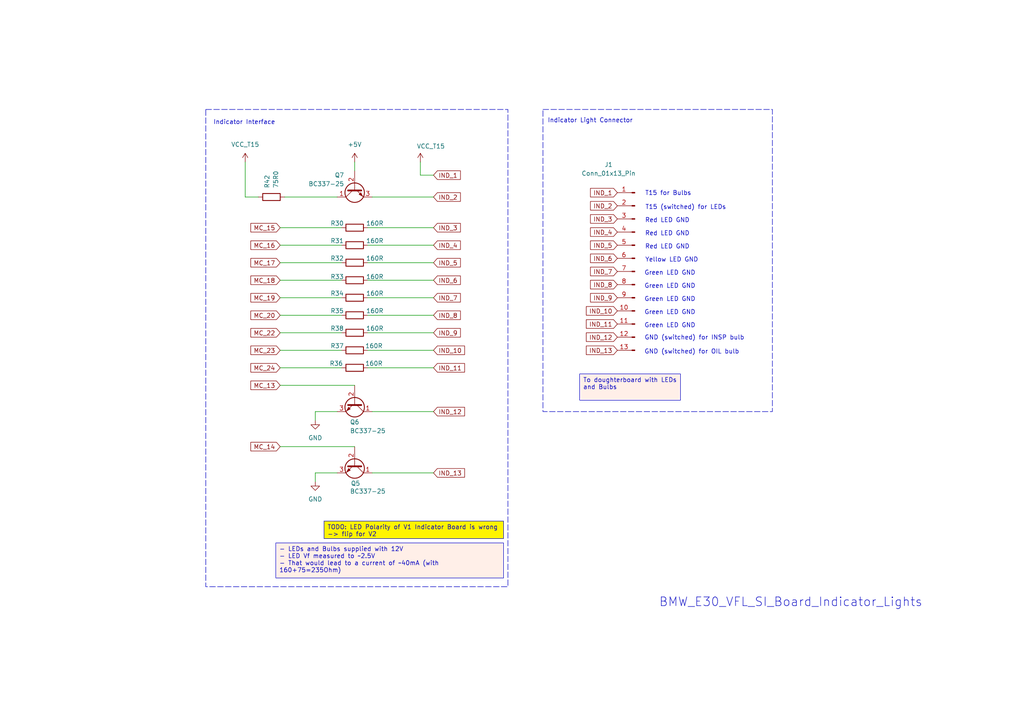
<source format=kicad_sch>
(kicad_sch
	(version 20231120)
	(generator "eeschema")
	(generator_version "8.0")
	(uuid "56518181-8acb-46fe-a753-c2f2479bc2ce")
	(paper "A4")
	(title_block
		(title "BMW E30 Pre-Facelift SI Board")
		(date "2024-06-15")
		(rev "2")
	)
	(lib_symbols
		(symbol "Connector:Conn_01x13_Pin"
			(pin_names
				(offset 1.016) hide)
			(exclude_from_sim no)
			(in_bom yes)
			(on_board yes)
			(property "Reference" "J1"
				(at 3.048 27.686 0)
				(effects
					(font
						(size 1.27 1.27)
					)
				)
			)
			(property "Value" "Conn_01x13_Pin"
				(at 3.048 25.146 0)
				(effects
					(font
						(size 1.27 1.27)
					)
				)
			)
			(property "Footprint" "Connector_PinHeader_2.54mm:PinHeader_1x13_P2.54mm_Vertical"
				(at 0.762 20.32 0)
				(effects
					(font
						(size 1.27 1.27)
					)
					(hide yes)
				)
			)
			(property "Datasheet" "~"
				(at 0 -7.62 0)
				(effects
					(font
						(size 1.27 1.27)
					)
					(hide yes)
				)
			)
			(property "Description" "Generic connector, single row, 01x13, script generated"
				(at 0 18.542 0)
				(effects
					(font
						(size 1.27 1.27)
					)
					(hide yes)
				)
			)
			(property "ki_keywords" "connector"
				(at 0 0 0)
				(effects
					(font
						(size 1.27 1.27)
					)
					(hide yes)
				)
			)
			(property "ki_fp_filters" "Connector*:*_1x??_*"
				(at 0 0 0)
				(effects
					(font
						(size 1.27 1.27)
					)
					(hide yes)
				)
			)
			(symbol "Conn_01x13_Pin_1_1"
				(polyline
					(pts
						(xy 1.27 -30.48) (xy 0.8636 -30.48)
					)
					(stroke
						(width 0.1524)
						(type default)
					)
					(fill
						(type none)
					)
				)
				(polyline
					(pts
						(xy 1.27 -26.67) (xy 0.8636 -26.67)
					)
					(stroke
						(width 0.1524)
						(type default)
					)
					(fill
						(type none)
					)
				)
				(polyline
					(pts
						(xy 1.27 -22.86) (xy 0.8636 -22.86)
					)
					(stroke
						(width 0.1524)
						(type default)
					)
					(fill
						(type none)
					)
				)
				(polyline
					(pts
						(xy 1.27 -19.05) (xy 0.8636 -19.05)
					)
					(stroke
						(width 0.1524)
						(type default)
					)
					(fill
						(type none)
					)
				)
				(polyline
					(pts
						(xy 1.27 -15.24) (xy 0.8636 -15.24)
					)
					(stroke
						(width 0.1524)
						(type default)
					)
					(fill
						(type none)
					)
				)
				(polyline
					(pts
						(xy 1.27 -11.43) (xy 0.8636 -11.43)
					)
					(stroke
						(width 0.1524)
						(type default)
					)
					(fill
						(type none)
					)
				)
				(polyline
					(pts
						(xy 1.27 -7.62) (xy 0.8636 -7.62)
					)
					(stroke
						(width 0.1524)
						(type default)
					)
					(fill
						(type none)
					)
				)
				(polyline
					(pts
						(xy 1.27 -3.81) (xy 0.8636 -3.81)
					)
					(stroke
						(width 0.1524)
						(type default)
					)
					(fill
						(type none)
					)
				)
				(polyline
					(pts
						(xy 1.27 0) (xy 0.8636 0)
					)
					(stroke
						(width 0.1524)
						(type default)
					)
					(fill
						(type none)
					)
				)
				(polyline
					(pts
						(xy 1.27 3.81) (xy 0.8636 3.81)
					)
					(stroke
						(width 0.1524)
						(type default)
					)
					(fill
						(type none)
					)
				)
				(polyline
					(pts
						(xy 1.27 7.62) (xy 0.8636 7.62)
					)
					(stroke
						(width 0.1524)
						(type default)
					)
					(fill
						(type none)
					)
				)
				(polyline
					(pts
						(xy 1.27 11.43) (xy 0.8636 11.43)
					)
					(stroke
						(width 0.1524)
						(type default)
					)
					(fill
						(type none)
					)
				)
				(polyline
					(pts
						(xy 1.27 15.24) (xy 0.8636 15.24)
					)
					(stroke
						(width 0.1524)
						(type default)
					)
					(fill
						(type none)
					)
				)
				(rectangle
					(start 0.8636 -30.353)
					(end 0 -30.607)
					(stroke
						(width 0.1524)
						(type default)
					)
					(fill
						(type outline)
					)
				)
				(rectangle
					(start 0.8636 -26.543)
					(end 0 -26.797)
					(stroke
						(width 0.1524)
						(type default)
					)
					(fill
						(type outline)
					)
				)
				(rectangle
					(start 0.8636 -22.733)
					(end 0 -22.987)
					(stroke
						(width 0.1524)
						(type default)
					)
					(fill
						(type outline)
					)
				)
				(rectangle
					(start 0.8636 -18.923)
					(end 0 -19.177)
					(stroke
						(width 0.1524)
						(type default)
					)
					(fill
						(type outline)
					)
				)
				(rectangle
					(start 0.8636 -15.113)
					(end 0 -15.367)
					(stroke
						(width 0.1524)
						(type default)
					)
					(fill
						(type outline)
					)
				)
				(rectangle
					(start 0.8636 -11.303)
					(end 0 -11.557)
					(stroke
						(width 0.1524)
						(type default)
					)
					(fill
						(type outline)
					)
				)
				(rectangle
					(start 0.8636 -7.493)
					(end 0 -7.747)
					(stroke
						(width 0.1524)
						(type default)
					)
					(fill
						(type outline)
					)
				)
				(rectangle
					(start 0.8636 -3.683)
					(end 0 -3.937)
					(stroke
						(width 0.1524)
						(type default)
					)
					(fill
						(type outline)
					)
				)
				(rectangle
					(start 0.8636 0.127)
					(end 0 -0.127)
					(stroke
						(width 0.1524)
						(type default)
					)
					(fill
						(type outline)
					)
				)
				(rectangle
					(start 0.8636 3.937)
					(end 0 3.683)
					(stroke
						(width 0.1524)
						(type default)
					)
					(fill
						(type outline)
					)
				)
				(rectangle
					(start 0.8636 7.747)
					(end 0 7.493)
					(stroke
						(width 0.1524)
						(type default)
					)
					(fill
						(type outline)
					)
				)
				(rectangle
					(start 0.8636 11.557)
					(end 0 11.303)
					(stroke
						(width 0.1524)
						(type default)
					)
					(fill
						(type outline)
					)
				)
				(rectangle
					(start 0.8636 15.367)
					(end 0 15.113)
					(stroke
						(width 0.1524)
						(type default)
					)
					(fill
						(type outline)
					)
				)
				(pin passive line
					(at 5.08 15.24 180)
					(length 3.81)
					(name "GND_BULB"
						(effects
							(font
								(size 1.27 1.27)
							)
						)
					)
					(number "1"
						(effects
							(font
								(size 1.27 1.27)
							)
						)
					)
				)
				(pin passive line
					(at 5.08 -19.05 180)
					(length 3.81)
					(name "LED_G2"
						(effects
							(font
								(size 1.27 1.27)
							)
						)
					)
					(number "10"
						(effects
							(font
								(size 1.27 1.27)
							)
						)
					)
				)
				(pin passive line
					(at 5.08 -22.86 180)
					(length 3.81)
					(name "LED_G1"
						(effects
							(font
								(size 1.27 1.27)
							)
						)
					)
					(number "11"
						(effects
							(font
								(size 1.27 1.27)
							)
						)
					)
				)
				(pin passive line
					(at 5.08 -26.67 180)
					(length 3.81)
					(name "BULB_INSPECTION"
						(effects
							(font
								(size 1.27 1.27)
							)
						)
					)
					(number "12"
						(effects
							(font
								(size 1.27 1.27)
							)
						)
					)
				)
				(pin passive line
					(at 5.08 -30.48 180)
					(length 3.81)
					(name "BULB_OILSERVICE"
						(effects
							(font
								(size 1.27 1.27)
							)
						)
					)
					(number "13"
						(effects
							(font
								(size 1.27 1.27)
							)
						)
					)
				)
				(pin passive line
					(at 5.08 11.43 180)
					(length 3.81)
					(name "GND_LED"
						(effects
							(font
								(size 1.27 1.27)
							)
						)
					)
					(number "2"
						(effects
							(font
								(size 1.27 1.27)
							)
						)
					)
				)
				(pin passive line
					(at 5.08 7.62 180)
					(length 3.81)
					(name "LED_R3"
						(effects
							(font
								(size 1.27 1.27)
							)
						)
					)
					(number "3"
						(effects
							(font
								(size 1.27 1.27)
							)
						)
					)
				)
				(pin passive line
					(at 5.08 3.81 180)
					(length 3.81)
					(name "LED_R2"
						(effects
							(font
								(size 1.27 1.27)
							)
						)
					)
					(number "4"
						(effects
							(font
								(size 1.27 1.27)
							)
						)
					)
				)
				(pin passive line
					(at 5.08 0 180)
					(length 3.81)
					(name "LED_R1"
						(effects
							(font
								(size 1.27 1.27)
							)
						)
					)
					(number "5"
						(effects
							(font
								(size 1.27 1.27)
							)
						)
					)
				)
				(pin passive line
					(at 5.08 -3.81 180)
					(length 3.81)
					(name "LED_Y"
						(effects
							(font
								(size 1.27 1.27)
							)
						)
					)
					(number "6"
						(effects
							(font
								(size 1.27 1.27)
							)
						)
					)
				)
				(pin passive line
					(at 5.08 -7.62 180)
					(length 3.81)
					(name "LED_G5"
						(effects
							(font
								(size 1.27 1.27)
							)
						)
					)
					(number "7"
						(effects
							(font
								(size 1.27 1.27)
							)
						)
					)
				)
				(pin passive line
					(at 5.08 -11.43 180)
					(length 3.81)
					(name "LED_G4"
						(effects
							(font
								(size 1.27 1.27)
							)
						)
					)
					(number "8"
						(effects
							(font
								(size 1.27 1.27)
							)
						)
					)
				)
				(pin passive line
					(at 5.08 -15.24 180)
					(length 3.81)
					(name "LED_G3"
						(effects
							(font
								(size 1.27 1.27)
							)
						)
					)
					(number "9"
						(effects
							(font
								(size 1.27 1.27)
							)
						)
					)
				)
			)
		)
		(symbol "Device:R"
			(pin_numbers hide)
			(pin_names
				(offset 0)
			)
			(exclude_from_sim no)
			(in_bom yes)
			(on_board yes)
			(property "Reference" "R"
				(at 2.032 0 90)
				(effects
					(font
						(size 1.27 1.27)
					)
				)
			)
			(property "Value" "R"
				(at 0 0 90)
				(effects
					(font
						(size 1.27 1.27)
					)
				)
			)
			(property "Footprint" ""
				(at -1.778 0 90)
				(effects
					(font
						(size 1.27 1.27)
					)
					(hide yes)
				)
			)
			(property "Datasheet" "~"
				(at 0 0 0)
				(effects
					(font
						(size 1.27 1.27)
					)
					(hide yes)
				)
			)
			(property "Description" "Resistor"
				(at 0 0 0)
				(effects
					(font
						(size 1.27 1.27)
					)
					(hide yes)
				)
			)
			(property "ki_keywords" "R res resistor"
				(at 0 0 0)
				(effects
					(font
						(size 1.27 1.27)
					)
					(hide yes)
				)
			)
			(property "ki_fp_filters" "R_*"
				(at 0 0 0)
				(effects
					(font
						(size 1.27 1.27)
					)
					(hide yes)
				)
			)
			(symbol "R_0_1"
				(rectangle
					(start -1.016 -2.54)
					(end 1.016 2.54)
					(stroke
						(width 0.254)
						(type default)
					)
					(fill
						(type none)
					)
				)
			)
			(symbol "R_1_1"
				(pin passive line
					(at 0 3.81 270)
					(length 1.27)
					(name "~"
						(effects
							(font
								(size 1.27 1.27)
							)
						)
					)
					(number "1"
						(effects
							(font
								(size 1.27 1.27)
							)
						)
					)
				)
				(pin passive line
					(at 0 -3.81 90)
					(length 1.27)
					(name "~"
						(effects
							(font
								(size 1.27 1.27)
							)
						)
					)
					(number "2"
						(effects
							(font
								(size 1.27 1.27)
							)
						)
					)
				)
			)
		)
		(symbol "Transistor_BJT:BC337"
			(pin_names
				(offset 0) hide)
			(exclude_from_sim no)
			(in_bom yes)
			(on_board yes)
			(property "Reference" "Q"
				(at 5.08 1.905 0)
				(effects
					(font
						(size 1.27 1.27)
					)
					(justify left)
				)
			)
			(property "Value" "BC337"
				(at 5.08 0 0)
				(effects
					(font
						(size 1.27 1.27)
					)
					(justify left)
				)
			)
			(property "Footprint" "Package_TO_SOT_THT:TO-92_Inline"
				(at 5.08 -1.905 0)
				(effects
					(font
						(size 1.27 1.27)
						(italic yes)
					)
					(justify left)
					(hide yes)
				)
			)
			(property "Datasheet" "https://diotec.com/tl_files/diotec/files/pdf/datasheets/bc337.pdf"
				(at 0 0 0)
				(effects
					(font
						(size 1.27 1.27)
					)
					(justify left)
					(hide yes)
				)
			)
			(property "Description" "0.8A Ic, 45V Vce, NPN Transistor, TO-92"
				(at 0 0 0)
				(effects
					(font
						(size 1.27 1.27)
					)
					(hide yes)
				)
			)
			(property "ki_keywords" "NPN Transistor"
				(at 0 0 0)
				(effects
					(font
						(size 1.27 1.27)
					)
					(hide yes)
				)
			)
			(property "ki_fp_filters" "TO?92*"
				(at 0 0 0)
				(effects
					(font
						(size 1.27 1.27)
					)
					(hide yes)
				)
			)
			(symbol "BC337_0_1"
				(polyline
					(pts
						(xy 0 0) (xy 0.635 0)
					)
					(stroke
						(width 0)
						(type default)
					)
					(fill
						(type none)
					)
				)
				(polyline
					(pts
						(xy 0.635 0.635) (xy 2.54 2.54)
					)
					(stroke
						(width 0)
						(type default)
					)
					(fill
						(type none)
					)
				)
				(polyline
					(pts
						(xy 0.635 -0.635) (xy 2.54 -2.54) (xy 2.54 -2.54)
					)
					(stroke
						(width 0)
						(type default)
					)
					(fill
						(type none)
					)
				)
				(polyline
					(pts
						(xy 0.635 1.905) (xy 0.635 -1.905) (xy 0.635 -1.905)
					)
					(stroke
						(width 0.508)
						(type default)
					)
					(fill
						(type none)
					)
				)
				(polyline
					(pts
						(xy 1.27 -1.778) (xy 1.778 -1.27) (xy 2.286 -2.286) (xy 1.27 -1.778) (xy 1.27 -1.778)
					)
					(stroke
						(width 0)
						(type default)
					)
					(fill
						(type outline)
					)
				)
				(circle
					(center 1.27 0)
					(radius 2.8194)
					(stroke
						(width 0.254)
						(type default)
					)
					(fill
						(type none)
					)
				)
			)
			(symbol "BC337_1_1"
				(pin passive line
					(at 2.54 5.08 270)
					(length 2.54)
					(name "C"
						(effects
							(font
								(size 1.27 1.27)
							)
						)
					)
					(number "1"
						(effects
							(font
								(size 1.27 1.27)
							)
						)
					)
				)
				(pin input line
					(at -5.08 0 0)
					(length 5.08)
					(name "B"
						(effects
							(font
								(size 1.27 1.27)
							)
						)
					)
					(number "2"
						(effects
							(font
								(size 1.27 1.27)
							)
						)
					)
				)
				(pin passive line
					(at 2.54 -5.08 90)
					(length 2.54)
					(name "E"
						(effects
							(font
								(size 1.27 1.27)
							)
						)
					)
					(number "3"
						(effects
							(font
								(size 1.27 1.27)
							)
						)
					)
				)
			)
		)
		(symbol "power:+5V"
			(power)
			(pin_numbers hide)
			(pin_names
				(offset 0) hide)
			(exclude_from_sim no)
			(in_bom yes)
			(on_board yes)
			(property "Reference" "#PWR"
				(at 0 -3.81 0)
				(effects
					(font
						(size 1.27 1.27)
					)
					(hide yes)
				)
			)
			(property "Value" "+5V"
				(at 0 3.556 0)
				(effects
					(font
						(size 1.27 1.27)
					)
				)
			)
			(property "Footprint" ""
				(at 0 0 0)
				(effects
					(font
						(size 1.27 1.27)
					)
					(hide yes)
				)
			)
			(property "Datasheet" ""
				(at 0 0 0)
				(effects
					(font
						(size 1.27 1.27)
					)
					(hide yes)
				)
			)
			(property "Description" "Power symbol creates a global label with name \"+5V\""
				(at 0 0 0)
				(effects
					(font
						(size 1.27 1.27)
					)
					(hide yes)
				)
			)
			(property "ki_keywords" "global power"
				(at 0 0 0)
				(effects
					(font
						(size 1.27 1.27)
					)
					(hide yes)
				)
			)
			(symbol "+5V_0_1"
				(polyline
					(pts
						(xy -0.762 1.27) (xy 0 2.54)
					)
					(stroke
						(width 0)
						(type default)
					)
					(fill
						(type none)
					)
				)
				(polyline
					(pts
						(xy 0 0) (xy 0 2.54)
					)
					(stroke
						(width 0)
						(type default)
					)
					(fill
						(type none)
					)
				)
				(polyline
					(pts
						(xy 0 2.54) (xy 0.762 1.27)
					)
					(stroke
						(width 0)
						(type default)
					)
					(fill
						(type none)
					)
				)
			)
			(symbol "+5V_1_1"
				(pin power_in line
					(at 0 0 90)
					(length 0)
					(name "~"
						(effects
							(font
								(size 1.27 1.27)
							)
						)
					)
					(number "1"
						(effects
							(font
								(size 1.27 1.27)
							)
						)
					)
				)
			)
		)
		(symbol "power:GND"
			(power)
			(pin_numbers hide)
			(pin_names
				(offset 0) hide)
			(exclude_from_sim no)
			(in_bom yes)
			(on_board yes)
			(property "Reference" "#PWR"
				(at 0 -6.35 0)
				(effects
					(font
						(size 1.27 1.27)
					)
					(hide yes)
				)
			)
			(property "Value" "GND"
				(at 0 -3.81 0)
				(effects
					(font
						(size 1.27 1.27)
					)
				)
			)
			(property "Footprint" ""
				(at 0 0 0)
				(effects
					(font
						(size 1.27 1.27)
					)
					(hide yes)
				)
			)
			(property "Datasheet" ""
				(at 0 0 0)
				(effects
					(font
						(size 1.27 1.27)
					)
					(hide yes)
				)
			)
			(property "Description" "Power symbol creates a global label with name \"GND\" , ground"
				(at 0 0 0)
				(effects
					(font
						(size 1.27 1.27)
					)
					(hide yes)
				)
			)
			(property "ki_keywords" "global power"
				(at 0 0 0)
				(effects
					(font
						(size 1.27 1.27)
					)
					(hide yes)
				)
			)
			(symbol "GND_0_1"
				(polyline
					(pts
						(xy 0 0) (xy 0 -1.27) (xy 1.27 -1.27) (xy 0 -2.54) (xy -1.27 -1.27) (xy 0 -1.27)
					)
					(stroke
						(width 0)
						(type default)
					)
					(fill
						(type none)
					)
				)
			)
			(symbol "GND_1_1"
				(pin power_in line
					(at 0 0 270)
					(length 0)
					(name "~"
						(effects
							(font
								(size 1.27 1.27)
							)
						)
					)
					(number "1"
						(effects
							(font
								(size 1.27 1.27)
							)
						)
					)
				)
			)
		)
		(symbol "power:VCC"
			(power)
			(pin_numbers hide)
			(pin_names
				(offset 0) hide)
			(exclude_from_sim no)
			(in_bom yes)
			(on_board yes)
			(property "Reference" "#PWR"
				(at 0 -3.81 0)
				(effects
					(font
						(size 1.27 1.27)
					)
					(hide yes)
				)
			)
			(property "Value" "VCC"
				(at 0 3.556 0)
				(effects
					(font
						(size 1.27 1.27)
					)
				)
			)
			(property "Footprint" ""
				(at 0 0 0)
				(effects
					(font
						(size 1.27 1.27)
					)
					(hide yes)
				)
			)
			(property "Datasheet" ""
				(at 0 0 0)
				(effects
					(font
						(size 1.27 1.27)
					)
					(hide yes)
				)
			)
			(property "Description" "Power symbol creates a global label with name \"VCC\""
				(at 0 0 0)
				(effects
					(font
						(size 1.27 1.27)
					)
					(hide yes)
				)
			)
			(property "ki_keywords" "global power"
				(at 0 0 0)
				(effects
					(font
						(size 1.27 1.27)
					)
					(hide yes)
				)
			)
			(symbol "VCC_0_1"
				(polyline
					(pts
						(xy -0.762 1.27) (xy 0 2.54)
					)
					(stroke
						(width 0)
						(type default)
					)
					(fill
						(type none)
					)
				)
				(polyline
					(pts
						(xy 0 0) (xy 0 2.54)
					)
					(stroke
						(width 0)
						(type default)
					)
					(fill
						(type none)
					)
				)
				(polyline
					(pts
						(xy 0 2.54) (xy 0.762 1.27)
					)
					(stroke
						(width 0)
						(type default)
					)
					(fill
						(type none)
					)
				)
			)
			(symbol "VCC_1_1"
				(pin power_in line
					(at 0 0 90)
					(length 0)
					(name "~"
						(effects
							(font
								(size 1.27 1.27)
							)
						)
					)
					(number "1"
						(effects
							(font
								(size 1.27 1.27)
							)
						)
					)
				)
			)
		)
	)
	(wire
		(pts
			(xy 107.95 119.38) (xy 125.73 119.38)
		)
		(stroke
			(width 0)
			(type default)
		)
		(uuid "0ad8b2d0-0980-4f61-98c9-7aa8bbf9e1f8")
	)
	(wire
		(pts
			(xy 106.68 96.52) (xy 125.73 96.52)
		)
		(stroke
			(width 0)
			(type default)
		)
		(uuid "136a7fb5-b7e5-4391-aabd-9be64de7e9be")
	)
	(wire
		(pts
			(xy 82.55 57.15) (xy 97.79 57.15)
		)
		(stroke
			(width 0)
			(type default)
		)
		(uuid "15ed0654-c0d4-486a-a94c-a084610750c1")
	)
	(wire
		(pts
			(xy 71.12 57.15) (xy 74.93 57.15)
		)
		(stroke
			(width 0)
			(type default)
		)
		(uuid "3168be44-20da-42ea-9da5-a22b7db08557")
	)
	(wire
		(pts
			(xy 81.28 91.44) (xy 99.06 91.44)
		)
		(stroke
			(width 0)
			(type default)
		)
		(uuid "368d5191-d16a-4f62-87a4-b6db2106e7e6")
	)
	(wire
		(pts
			(xy 106.68 66.04) (xy 125.73 66.04)
		)
		(stroke
			(width 0)
			(type default)
		)
		(uuid "3a87217a-0e4d-4c85-b224-211d6a59ecf9")
	)
	(wire
		(pts
			(xy 81.28 66.04) (xy 99.06 66.04)
		)
		(stroke
			(width 0)
			(type default)
		)
		(uuid "3d8f8241-bccf-4d72-babf-f92029a16d7c")
	)
	(wire
		(pts
			(xy 81.28 96.52) (xy 99.06 96.52)
		)
		(stroke
			(width 0)
			(type default)
		)
		(uuid "41c65992-ccb2-4d53-b2b6-82b094221b3b")
	)
	(wire
		(pts
			(xy 81.28 129.54) (xy 102.87 129.54)
		)
		(stroke
			(width 0)
			(type default)
		)
		(uuid "4802e7aa-0010-43f6-b786-f5b93ea6c3f7")
	)
	(wire
		(pts
			(xy 106.68 81.28) (xy 125.73 81.28)
		)
		(stroke
			(width 0)
			(type default)
		)
		(uuid "60c21e26-53f7-4304-8b5b-697a88822639")
	)
	(wire
		(pts
			(xy 91.44 119.38) (xy 91.44 121.92)
		)
		(stroke
			(width 0)
			(type default)
		)
		(uuid "62bd0ca3-10e8-4cbe-a194-24748f8103f1")
	)
	(wire
		(pts
			(xy 97.79 137.16) (xy 91.44 137.16)
		)
		(stroke
			(width 0)
			(type default)
		)
		(uuid "7726d92b-e9bc-4884-a6ef-ebf9d444a89d")
	)
	(wire
		(pts
			(xy 81.28 86.36) (xy 99.06 86.36)
		)
		(stroke
			(width 0)
			(type default)
		)
		(uuid "79790e2f-3ef0-4e33-918e-f21c081ea700")
	)
	(wire
		(pts
			(xy 81.28 76.2) (xy 99.06 76.2)
		)
		(stroke
			(width 0)
			(type default)
		)
		(uuid "7ccee2d7-98cb-4fcc-bcb7-b4ea8911c8e2")
	)
	(wire
		(pts
			(xy 107.95 137.16) (xy 125.73 137.16)
		)
		(stroke
			(width 0)
			(type default)
		)
		(uuid "8192ef4a-8a1c-4280-ab55-63beef90a2dc")
	)
	(wire
		(pts
			(xy 121.92 50.8) (xy 121.92 46.99)
		)
		(stroke
			(width 0)
			(type default)
		)
		(uuid "8253febc-890c-40be-bffa-5011a5cd2b05")
	)
	(wire
		(pts
			(xy 81.28 81.28) (xy 99.06 81.28)
		)
		(stroke
			(width 0)
			(type default)
		)
		(uuid "86945329-6a0c-48ca-9119-8bafe840ddfd")
	)
	(wire
		(pts
			(xy 106.68 86.36) (xy 125.73 86.36)
		)
		(stroke
			(width 0)
			(type default)
		)
		(uuid "8b374c63-bb4d-4718-aa82-992ba043f005")
	)
	(wire
		(pts
			(xy 106.68 106.68) (xy 125.73 106.68)
		)
		(stroke
			(width 0)
			(type default)
		)
		(uuid "8f8d1d3d-b0a1-4d6b-8abe-8595d22fb5c0")
	)
	(wire
		(pts
			(xy 106.68 71.12) (xy 125.73 71.12)
		)
		(stroke
			(width 0)
			(type default)
		)
		(uuid "95e50f84-35c5-4a3f-97cc-e5e4e9ff107d")
	)
	(wire
		(pts
			(xy 81.28 101.6) (xy 99.06 101.6)
		)
		(stroke
			(width 0)
			(type default)
		)
		(uuid "a242f5fe-2a45-41df-a1ef-d892ce14e2f9")
	)
	(wire
		(pts
			(xy 106.68 91.44) (xy 125.73 91.44)
		)
		(stroke
			(width 0)
			(type default)
		)
		(uuid "a8f171ef-7881-42e7-968e-9b0cc7b0d59c")
	)
	(wire
		(pts
			(xy 81.28 71.12) (xy 99.06 71.12)
		)
		(stroke
			(width 0)
			(type default)
		)
		(uuid "b3921ff8-430c-4439-ab47-b840b6b75051")
	)
	(wire
		(pts
			(xy 107.95 57.15) (xy 125.73 57.15)
		)
		(stroke
			(width 0)
			(type default)
		)
		(uuid "c83f74f5-82a1-472b-a6eb-639d26d3eb85")
	)
	(wire
		(pts
			(xy 106.68 76.2) (xy 125.73 76.2)
		)
		(stroke
			(width 0)
			(type default)
		)
		(uuid "ccbabd58-52ca-4057-b4ca-3ce3d2a5d538")
	)
	(wire
		(pts
			(xy 81.28 106.68) (xy 99.06 106.68)
		)
		(stroke
			(width 0)
			(type default)
		)
		(uuid "d3b1ffd6-c1a0-4645-9d41-d5a497cd67a0")
	)
	(wire
		(pts
			(xy 121.92 50.8) (xy 125.73 50.8)
		)
		(stroke
			(width 0)
			(type default)
		)
		(uuid "deeab47a-d13e-4723-a685-3e1310f4fd53")
	)
	(wire
		(pts
			(xy 106.68 101.6) (xy 125.73 101.6)
		)
		(stroke
			(width 0)
			(type default)
		)
		(uuid "e5707f22-d90f-47a9-9ec6-c1e3f99dec23")
	)
	(wire
		(pts
			(xy 71.12 46.99) (xy 71.12 57.15)
		)
		(stroke
			(width 0)
			(type default)
		)
		(uuid "e902b336-d02a-48fa-a0d2-f10a1bae3007")
	)
	(wire
		(pts
			(xy 91.44 119.38) (xy 97.79 119.38)
		)
		(stroke
			(width 0)
			(type default)
		)
		(uuid "ed6c95f5-2399-4286-9747-f6165b70afd9")
	)
	(wire
		(pts
			(xy 81.28 111.76) (xy 102.87 111.76)
		)
		(stroke
			(width 0)
			(type default)
		)
		(uuid "f80dc7f6-36a7-4016-b413-f6a0bc0c42b0")
	)
	(wire
		(pts
			(xy 91.44 137.16) (xy 91.44 139.7)
		)
		(stroke
			(width 0)
			(type default)
		)
		(uuid "f96371a4-ccfc-43ee-847a-f8a8077b5d40")
	)
	(wire
		(pts
			(xy 102.87 46.99) (xy 102.87 49.53)
		)
		(stroke
			(width 0)
			(type default)
		)
		(uuid "fdeaa2ac-86c6-4fa7-b742-12bfe9fa60cd")
	)
	(rectangle
		(start 157.48 31.75)
		(end 224.028 119.38)
		(stroke
			(width 0)
			(type dash)
		)
		(fill
			(type none)
		)
		(uuid 046f71bb-e16f-4451-a5b7-350c2fe4bdbe)
	)
	(rectangle
		(start 59.69 31.75)
		(end 147.32 170.18)
		(stroke
			(width 0)
			(type dash)
		)
		(fill
			(type none)
		)
		(uuid 611be2a0-707a-4234-abe9-61fd667303f3)
	)
	(text_box "TODO: LED Polarity of V1 Indicator Board is wrong \n-> flip for V2"
		(exclude_from_sim no)
		(at 93.98 151.13 0)
		(size 52.07 5.08)
		(stroke
			(width 0)
			(type default)
		)
		(fill
			(type color)
			(color 255 244 0 1)
		)
		(effects
			(font
				(size 1.27 1.27)
			)
			(justify left top)
		)
		(uuid "84c3434a-7177-454a-b0af-89b1be5ad7b9")
	)
	(text_box "To doughterboard with LEDs and Bulbs"
		(exclude_from_sim no)
		(at 168.148 108.458 0)
		(size 29.21 7.62)
		(stroke
			(width 0)
			(type default)
		)
		(fill
			(type color)
			(color 255 239 232 1)
		)
		(effects
			(font
				(size 1.27 1.27)
			)
			(justify left top)
		)
		(uuid "dac20b14-005c-4666-af12-1e79e2510d92")
	)
	(text_box "- LEDs and Bulbs supplied with 12V\n- LED Vf measured to ~2.5V\n- That would lead to a current of ~40mA (with 160+75=235Ohm)"
		(exclude_from_sim no)
		(at 80.01 157.48 0)
		(size 66.04 10.16)
		(stroke
			(width 0)
			(type default)
		)
		(fill
			(type color)
			(color 255 239 232 1)
		)
		(effects
			(font
				(size 1.27 1.27)
			)
			(justify left top)
		)
		(uuid "e321241d-5a40-4526-863f-5b2650f8a613")
	)
	(text "Indicator Interface\n"
		(exclude_from_sim no)
		(at 70.866 35.56 0)
		(effects
			(font
				(size 1.27 1.27)
			)
		)
		(uuid "0cb22d61-ca4c-4999-833c-f6a062ac6d89")
	)
	(text "Indicator Light Connector"
		(exclude_from_sim no)
		(at 171.196 35.052 0)
		(effects
			(font
				(size 1.27 1.27)
			)
		)
		(uuid "0e53c823-6676-43a1-b24f-b4e486b9d552")
	)
	(text "GND (switched) for INSP bulb"
		(exclude_from_sim no)
		(at 201.422 98.044 0)
		(effects
			(font
				(size 1.27 1.27)
			)
		)
		(uuid "13157ea6-675d-4255-afb9-fe8e61e1ef35")
	)
	(text "Green LED GND"
		(exclude_from_sim no)
		(at 194.31 86.868 0)
		(effects
			(font
				(size 1.27 1.27)
			)
		)
		(uuid "1c69a037-dabc-4caa-98b6-3ff71068073f")
	)
	(text "GND (switched) for OIL bulb"
		(exclude_from_sim no)
		(at 200.66 102.108 0)
		(effects
			(font
				(size 1.27 1.27)
			)
		)
		(uuid "425c09fc-caa5-4026-8adb-b356f98db8f3")
	)
	(text "BMW_E30_VFL_SI_Board_Indicator_Lights"
		(exclude_from_sim no)
		(at 229.362 174.752 0)
		(effects
			(font
				(size 2.54 2.54)
			)
		)
		(uuid "5e3eb494-49d5-4a0c-bfb9-ebeffe941eb0")
	)
	(text "Green LED GND"
		(exclude_from_sim no)
		(at 194.31 90.678 0)
		(effects
			(font
				(size 1.27 1.27)
			)
		)
		(uuid "71eadfa1-ebea-46e8-b616-7256492e76d2")
	)
	(text "Red LED GND\n"
		(exclude_from_sim no)
		(at 193.548 67.818 0)
		(effects
			(font
				(size 1.27 1.27)
			)
		)
		(uuid "773e661d-50c9-47c0-a541-30aefa7b7b68")
	)
	(text "Yellow LED GND"
		(exclude_from_sim no)
		(at 194.818 75.438 0)
		(effects
			(font
				(size 1.27 1.27)
			)
		)
		(uuid "7a92961b-fd39-490c-9fae-621eb3f377dc")
	)
	(text "Green LED GND"
		(exclude_from_sim no)
		(at 194.31 79.248 0)
		(effects
			(font
				(size 1.27 1.27)
			)
		)
		(uuid "af1c15b0-100f-4888-a28c-1bbc92b9837a")
	)
	(text "T15 (switched) for LEDs"
		(exclude_from_sim no)
		(at 198.882 60.198 0)
		(effects
			(font
				(size 1.27 1.27)
			)
		)
		(uuid "ba1a4a7b-9338-4fc0-b00b-9b5c3174bfe3")
	)
	(text "Green LED GND"
		(exclude_from_sim no)
		(at 194.31 83.058 0)
		(effects
			(font
				(size 1.27 1.27)
			)
		)
		(uuid "c6b482e9-4ad4-4494-a756-7a0f967b4717")
	)
	(text "Red LED GND\n"
		(exclude_from_sim no)
		(at 193.548 71.628 0)
		(effects
			(font
				(size 1.27 1.27)
			)
		)
		(uuid "ce2f8a58-9d8d-4b71-b984-bc1e9d91488d")
	)
	(text "Red LED GND\n"
		(exclude_from_sim no)
		(at 193.548 64.008 0)
		(effects
			(font
				(size 1.27 1.27)
			)
		)
		(uuid "d1729293-aa3e-4b38-a135-bfaac979453f")
	)
	(text "T15 for Bulbs\n"
		(exclude_from_sim no)
		(at 193.802 56.134 0)
		(effects
			(font
				(size 1.27 1.27)
			)
		)
		(uuid "e2e87072-35d9-4ee5-a841-7b5b40a6c43f")
	)
	(text "Green LED GND"
		(exclude_from_sim no)
		(at 194.31 94.488 0)
		(effects
			(font
				(size 1.27 1.27)
			)
		)
		(uuid "f35d5300-afd5-4195-b27a-36b0a955d5f2")
	)
	(global_label "IND_8"
		(shape input)
		(at 179.07 82.55 180)
		(fields_autoplaced yes)
		(effects
			(font
				(size 1.27 1.27)
			)
			(justify right)
		)
		(uuid "172c9082-29c1-42fa-ac58-02132947f6c2")
		(property "Intersheetrefs" "${INTERSHEET_REFS}"
			(at 170.7024 82.55 0)
			(effects
				(font
					(size 1.27 1.27)
				)
				(justify right)
				(hide yes)
			)
		)
	)
	(global_label "IND_1"
		(shape input)
		(at 125.73 50.8 0)
		(fields_autoplaced yes)
		(effects
			(font
				(size 1.27 1.27)
			)
			(justify left)
		)
		(uuid "1a172629-d2ca-4228-88f1-7edb16b6bc95")
		(property "Intersheetrefs" "${INTERSHEET_REFS}"
			(at 134.0976 50.8 0)
			(effects
				(font
					(size 1.27 1.27)
				)
				(justify left)
				(hide yes)
			)
		)
	)
	(global_label "IND_7"
		(shape input)
		(at 125.73 86.36 0)
		(fields_autoplaced yes)
		(effects
			(font
				(size 1.27 1.27)
			)
			(justify left)
		)
		(uuid "1e5bde58-afe8-4915-8eb5-be6928d32163")
		(property "Intersheetrefs" "${INTERSHEET_REFS}"
			(at 134.0976 86.36 0)
			(effects
				(font
					(size 1.27 1.27)
				)
				(justify left)
				(hide yes)
			)
		)
	)
	(global_label "IND_4"
		(shape input)
		(at 125.73 71.12 0)
		(fields_autoplaced yes)
		(effects
			(font
				(size 1.27 1.27)
			)
			(justify left)
		)
		(uuid "2227c976-9fda-476d-8010-914d264aa5fd")
		(property "Intersheetrefs" "${INTERSHEET_REFS}"
			(at 134.0976 71.12 0)
			(effects
				(font
					(size 1.27 1.27)
				)
				(justify left)
				(hide yes)
			)
		)
	)
	(global_label "IND_2"
		(shape input)
		(at 179.07 59.69 180)
		(fields_autoplaced yes)
		(effects
			(font
				(size 1.27 1.27)
			)
			(justify right)
		)
		(uuid "2ea4f95f-c386-4e0c-ab42-013f19158d31")
		(property "Intersheetrefs" "${INTERSHEET_REFS}"
			(at 170.7024 59.69 0)
			(effects
				(font
					(size 1.27 1.27)
				)
				(justify right)
				(hide yes)
			)
		)
	)
	(global_label "IND_10"
		(shape input)
		(at 179.07 90.17 180)
		(fields_autoplaced yes)
		(effects
			(font
				(size 1.27 1.27)
			)
			(justify right)
		)
		(uuid "37e457b9-bb09-4757-b7e9-79cded042cca")
		(property "Intersheetrefs" "${INTERSHEET_REFS}"
			(at 169.4929 90.17 0)
			(effects
				(font
					(size 1.27 1.27)
				)
				(justify right)
				(hide yes)
			)
		)
	)
	(global_label "IND_7"
		(shape input)
		(at 179.07 78.74 180)
		(fields_autoplaced yes)
		(effects
			(font
				(size 1.27 1.27)
			)
			(justify right)
		)
		(uuid "3a104116-4af8-43c9-a989-9740db1d9d93")
		(property "Intersheetrefs" "${INTERSHEET_REFS}"
			(at 170.7024 78.74 0)
			(effects
				(font
					(size 1.27 1.27)
				)
				(justify right)
				(hide yes)
			)
		)
	)
	(global_label "IND_9"
		(shape input)
		(at 179.07 86.36 180)
		(fields_autoplaced yes)
		(effects
			(font
				(size 1.27 1.27)
			)
			(justify right)
		)
		(uuid "3b530f67-6580-4019-b8a7-515931af7974")
		(property "Intersheetrefs" "${INTERSHEET_REFS}"
			(at 170.7024 86.36 0)
			(effects
				(font
					(size 1.27 1.27)
				)
				(justify right)
				(hide yes)
			)
		)
	)
	(global_label "IND_5"
		(shape input)
		(at 125.73 76.2 0)
		(fields_autoplaced yes)
		(effects
			(font
				(size 1.27 1.27)
			)
			(justify left)
		)
		(uuid "3e161812-76dc-4f0c-8072-5ed786c69aa3")
		(property "Intersheetrefs" "${INTERSHEET_REFS}"
			(at 134.0976 76.2 0)
			(effects
				(font
					(size 1.27 1.27)
				)
				(justify left)
				(hide yes)
			)
		)
	)
	(global_label "MC_15"
		(shape input)
		(at 81.28 66.04 180)
		(fields_autoplaced yes)
		(effects
			(font
				(size 1.27 1.27)
			)
			(justify right)
		)
		(uuid "3e9a9a12-dbfa-4deb-a7f0-189c0ba84af6")
		(property "Intersheetrefs" "${INTERSHEET_REFS}"
			(at 72.1868 66.04 0)
			(effects
				(font
					(size 1.27 1.27)
				)
				(justify right)
				(hide yes)
			)
		)
	)
	(global_label "IND_2"
		(shape input)
		(at 125.73 57.15 0)
		(fields_autoplaced yes)
		(effects
			(font
				(size 1.27 1.27)
			)
			(justify left)
		)
		(uuid "473a3d1d-e066-426d-869b-208b85b49e78")
		(property "Intersheetrefs" "${INTERSHEET_REFS}"
			(at 134.0976 57.15 0)
			(effects
				(font
					(size 1.27 1.27)
				)
				(justify left)
				(hide yes)
			)
		)
	)
	(global_label "MC_22"
		(shape input)
		(at 81.28 96.52 180)
		(fields_autoplaced yes)
		(effects
			(font
				(size 1.27 1.27)
			)
			(justify right)
		)
		(uuid "4d62a641-8115-4c1b-8872-7c2f92802851")
		(property "Intersheetrefs" "${INTERSHEET_REFS}"
			(at 72.1868 96.52 0)
			(effects
				(font
					(size 1.27 1.27)
				)
				(justify right)
				(hide yes)
			)
		)
	)
	(global_label "MC_14"
		(shape input)
		(at 81.28 129.54 180)
		(fields_autoplaced yes)
		(effects
			(font
				(size 1.27 1.27)
			)
			(justify right)
		)
		(uuid "540b6a3a-9367-44b8-be79-b58fd0e92920")
		(property "Intersheetrefs" "${INTERSHEET_REFS}"
			(at 72.1868 129.54 0)
			(effects
				(font
					(size 1.27 1.27)
				)
				(justify right)
				(hide yes)
			)
		)
	)
	(global_label "IND_11"
		(shape input)
		(at 125.73 106.68 0)
		(fields_autoplaced yes)
		(effects
			(font
				(size 1.27 1.27)
			)
			(justify left)
		)
		(uuid "60d38fdb-37e1-4528-80b8-1f26dbd5ef67")
		(property "Intersheetrefs" "${INTERSHEET_REFS}"
			(at 135.3071 106.68 0)
			(effects
				(font
					(size 1.27 1.27)
				)
				(justify left)
				(hide yes)
			)
		)
	)
	(global_label "IND_3"
		(shape input)
		(at 125.73 66.04 0)
		(fields_autoplaced yes)
		(effects
			(font
				(size 1.27 1.27)
			)
			(justify left)
		)
		(uuid "6bb1ad0e-5d12-4132-a652-f1e55bcc9bbb")
		(property "Intersheetrefs" "${INTERSHEET_REFS}"
			(at 134.0976 66.04 0)
			(effects
				(font
					(size 1.27 1.27)
				)
				(justify left)
				(hide yes)
			)
		)
	)
	(global_label "IND_6"
		(shape input)
		(at 125.73 81.28 0)
		(fields_autoplaced yes)
		(effects
			(font
				(size 1.27 1.27)
			)
			(justify left)
		)
		(uuid "6e511034-6ed0-4e71-a5de-da84a3e2f3a2")
		(property "Intersheetrefs" "${INTERSHEET_REFS}"
			(at 134.0976 81.28 0)
			(effects
				(font
					(size 1.27 1.27)
				)
				(justify left)
				(hide yes)
			)
		)
	)
	(global_label "MC_19"
		(shape input)
		(at 81.28 86.36 180)
		(fields_autoplaced yes)
		(effects
			(font
				(size 1.27 1.27)
			)
			(justify right)
		)
		(uuid "7d1c5231-695f-4f9c-8bde-ed89a192e7d9")
		(property "Intersheetrefs" "${INTERSHEET_REFS}"
			(at 72.1868 86.36 0)
			(effects
				(font
					(size 1.27 1.27)
				)
				(justify right)
				(hide yes)
			)
		)
	)
	(global_label "IND_6"
		(shape input)
		(at 179.07 74.93 180)
		(fields_autoplaced yes)
		(effects
			(font
				(size 1.27 1.27)
			)
			(justify right)
		)
		(uuid "82f17517-1cd0-4481-94cd-f58feb947a52")
		(property "Intersheetrefs" "${INTERSHEET_REFS}"
			(at 170.7024 74.93 0)
			(effects
				(font
					(size 1.27 1.27)
				)
				(justify right)
				(hide yes)
			)
		)
	)
	(global_label "IND_13"
		(shape input)
		(at 125.73 137.16 0)
		(fields_autoplaced yes)
		(effects
			(font
				(size 1.27 1.27)
			)
			(justify left)
		)
		(uuid "8c4cedf7-bef4-4dc4-8629-fab21eff717f")
		(property "Intersheetrefs" "${INTERSHEET_REFS}"
			(at 135.3071 137.16 0)
			(effects
				(font
					(size 1.27 1.27)
				)
				(justify left)
				(hide yes)
			)
		)
	)
	(global_label "IND_11"
		(shape input)
		(at 179.07 93.98 180)
		(fields_autoplaced yes)
		(effects
			(font
				(size 1.27 1.27)
			)
			(justify right)
		)
		(uuid "930b8f2e-35ae-4756-8185-7f3d4ea25617")
		(property "Intersheetrefs" "${INTERSHEET_REFS}"
			(at 169.4929 93.98 0)
			(effects
				(font
					(size 1.27 1.27)
				)
				(justify right)
				(hide yes)
			)
		)
	)
	(global_label "IND_3"
		(shape input)
		(at 179.07 63.5 180)
		(fields_autoplaced yes)
		(effects
			(font
				(size 1.27 1.27)
			)
			(justify right)
		)
		(uuid "9647ecd4-2768-46b8-a8b5-90cb5edb9712")
		(property "Intersheetrefs" "${INTERSHEET_REFS}"
			(at 170.7024 63.5 0)
			(effects
				(font
					(size 1.27 1.27)
				)
				(justify right)
				(hide yes)
			)
		)
	)
	(global_label "MC_18"
		(shape input)
		(at 81.28 81.28 180)
		(fields_autoplaced yes)
		(effects
			(font
				(size 1.27 1.27)
			)
			(justify right)
		)
		(uuid "97e73bf6-7849-4b5c-9ef3-f73056933385")
		(property "Intersheetrefs" "${INTERSHEET_REFS}"
			(at 72.1868 81.28 0)
			(effects
				(font
					(size 1.27 1.27)
				)
				(justify right)
				(hide yes)
			)
		)
	)
	(global_label "MC_20"
		(shape input)
		(at 81.28 91.44 180)
		(fields_autoplaced yes)
		(effects
			(font
				(size 1.27 1.27)
			)
			(justify right)
		)
		(uuid "ac4521da-4104-4438-84c8-55b3ae002546")
		(property "Intersheetrefs" "${INTERSHEET_REFS}"
			(at 72.1868 91.44 0)
			(effects
				(font
					(size 1.27 1.27)
				)
				(justify right)
				(hide yes)
			)
		)
	)
	(global_label "IND_8"
		(shape input)
		(at 125.73 91.44 0)
		(fields_autoplaced yes)
		(effects
			(font
				(size 1.27 1.27)
			)
			(justify left)
		)
		(uuid "aec7ef17-de96-4c2d-8f1b-cc5dddf0d900")
		(property "Intersheetrefs" "${INTERSHEET_REFS}"
			(at 134.0976 91.44 0)
			(effects
				(font
					(size 1.27 1.27)
				)
				(justify left)
				(hide yes)
			)
		)
	)
	(global_label "IND_10"
		(shape input)
		(at 125.73 101.6 0)
		(fields_autoplaced yes)
		(effects
			(font
				(size 1.27 1.27)
			)
			(justify left)
		)
		(uuid "b1561a3d-d061-486e-9e04-15b11cf904ca")
		(property "Intersheetrefs" "${INTERSHEET_REFS}"
			(at 135.3071 101.6 0)
			(effects
				(font
					(size 1.27 1.27)
				)
				(justify left)
				(hide yes)
			)
		)
	)
	(global_label "IND_9"
		(shape input)
		(at 125.73 96.52 0)
		(fields_autoplaced yes)
		(effects
			(font
				(size 1.27 1.27)
			)
			(justify left)
		)
		(uuid "b3a1e3f2-437a-4649-b1ee-8290d360b2d5")
		(property "Intersheetrefs" "${INTERSHEET_REFS}"
			(at 134.0976 96.52 0)
			(effects
				(font
					(size 1.27 1.27)
				)
				(justify left)
				(hide yes)
			)
		)
	)
	(global_label "MC_23"
		(shape input)
		(at 81.28 101.6 180)
		(fields_autoplaced yes)
		(effects
			(font
				(size 1.27 1.27)
			)
			(justify right)
		)
		(uuid "c17e5b3c-820b-4ae0-8746-f607d0b7b9de")
		(property "Intersheetrefs" "${INTERSHEET_REFS}"
			(at 72.1868 101.6 0)
			(effects
				(font
					(size 1.27 1.27)
				)
				(justify right)
				(hide yes)
			)
		)
	)
	(global_label "MC_24"
		(shape input)
		(at 81.28 106.68 180)
		(fields_autoplaced yes)
		(effects
			(font
				(size 1.27 1.27)
			)
			(justify right)
		)
		(uuid "c57aa351-ba95-47c0-a797-49e0cffb51eb")
		(property "Intersheetrefs" "${INTERSHEET_REFS}"
			(at 72.1868 106.68 0)
			(effects
				(font
					(size 1.27 1.27)
				)
				(justify right)
				(hide yes)
			)
		)
	)
	(global_label "IND_12"
		(shape input)
		(at 179.07 97.79 180)
		(fields_autoplaced yes)
		(effects
			(font
				(size 1.27 1.27)
			)
			(justify right)
		)
		(uuid "cc56431b-8d8d-4d4f-82ab-c50959d859bd")
		(property "Intersheetrefs" "${INTERSHEET_REFS}"
			(at 169.4929 97.79 0)
			(effects
				(font
					(size 1.27 1.27)
				)
				(justify right)
				(hide yes)
			)
		)
	)
	(global_label "IND_13"
		(shape input)
		(at 179.07 101.6 180)
		(fields_autoplaced yes)
		(effects
			(font
				(size 1.27 1.27)
			)
			(justify right)
		)
		(uuid "cdbc188a-565f-4bf6-8f68-f68eecff5139")
		(property "Intersheetrefs" "${INTERSHEET_REFS}"
			(at 169.4929 101.6 0)
			(effects
				(font
					(size 1.27 1.27)
				)
				(justify right)
				(hide yes)
			)
		)
	)
	(global_label "IND_4"
		(shape input)
		(at 179.07 67.31 180)
		(fields_autoplaced yes)
		(effects
			(font
				(size 1.27 1.27)
			)
			(justify right)
		)
		(uuid "d0b3bd95-339d-4b91-9017-056eff7f34a4")
		(property "Intersheetrefs" "${INTERSHEET_REFS}"
			(at 170.7024 67.31 0)
			(effects
				(font
					(size 1.27 1.27)
				)
				(justify right)
				(hide yes)
			)
		)
	)
	(global_label "IND_5"
		(shape input)
		(at 179.07 71.12 180)
		(fields_autoplaced yes)
		(effects
			(font
				(size 1.27 1.27)
			)
			(justify right)
		)
		(uuid "dbb3d198-899c-4b31-a4a0-b749f8280467")
		(property "Intersheetrefs" "${INTERSHEET_REFS}"
			(at 170.7024 71.12 0)
			(effects
				(font
					(size 1.27 1.27)
				)
				(justify right)
				(hide yes)
			)
		)
	)
	(global_label "MC_17"
		(shape input)
		(at 81.28 76.2 180)
		(fields_autoplaced yes)
		(effects
			(font
				(size 1.27 1.27)
			)
			(justify right)
		)
		(uuid "ebb3096e-b3c2-46e0-9db9-80971b77832f")
		(property "Intersheetrefs" "${INTERSHEET_REFS}"
			(at 72.1868 76.2 0)
			(effects
				(font
					(size 1.27 1.27)
				)
				(justify right)
				(hide yes)
			)
		)
	)
	(global_label "MC_13"
		(shape input)
		(at 81.28 111.76 180)
		(fields_autoplaced yes)
		(effects
			(font
				(size 1.27 1.27)
			)
			(justify right)
		)
		(uuid "f0ac220e-9134-4878-8f88-4e6f55b26e6c")
		(property "Intersheetrefs" "${INTERSHEET_REFS}"
			(at 72.1868 111.76 0)
			(effects
				(font
					(size 1.27 1.27)
				)
				(justify right)
				(hide yes)
			)
		)
	)
	(global_label "IND_1"
		(shape input)
		(at 179.07 55.88 180)
		(fields_autoplaced yes)
		(effects
			(font
				(size 1.27 1.27)
			)
			(justify right)
		)
		(uuid "f4052d05-87f9-437d-92f5-9ad17b5ad0d9")
		(property "Intersheetrefs" "${INTERSHEET_REFS}"
			(at 170.7024 55.88 0)
			(effects
				(font
					(size 1.27 1.27)
				)
				(justify right)
				(hide yes)
			)
		)
	)
	(global_label "IND_12"
		(shape input)
		(at 125.73 119.38 0)
		(fields_autoplaced yes)
		(effects
			(font
				(size 1.27 1.27)
			)
			(justify left)
		)
		(uuid "f62b5119-f90e-448c-99f6-fd2a90dde957")
		(property "Intersheetrefs" "${INTERSHEET_REFS}"
			(at 135.3071 119.38 0)
			(effects
				(font
					(size 1.27 1.27)
				)
				(justify left)
				(hide yes)
			)
		)
	)
	(global_label "MC_16"
		(shape input)
		(at 81.28 71.12 180)
		(fields_autoplaced yes)
		(effects
			(font
				(size 1.27 1.27)
			)
			(justify right)
		)
		(uuid "fb80237d-f7c1-42f6-bff8-8d2bd3d2a08a")
		(property "Intersheetrefs" "${INTERSHEET_REFS}"
			(at 72.1868 71.12 0)
			(effects
				(font
					(size 1.27 1.27)
				)
				(justify right)
				(hide yes)
			)
		)
	)
	(symbol
		(lib_id "Device:R")
		(at 102.87 81.28 270)
		(unit 1)
		(exclude_from_sim no)
		(in_bom yes)
		(on_board yes)
		(dnp no)
		(uuid "0743949d-028b-48fd-bb79-9ce7dfa1d6db")
		(property "Reference" "R33"
			(at 97.79 80.264 90)
			(effects
				(font
					(size 1.27 1.27)
				)
			)
		)
		(property "Value" "160R"
			(at 108.712 80.264 90)
			(effects
				(font
					(size 1.27 1.27)
				)
			)
		)
		(property "Footprint" "Footprint_Library_Custom:R_Axial_DIN0207_L6.3mm_D2.5mm_P10.16mm_Horizontal"
			(at 102.87 79.502 90)
			(effects
				(font
					(size 1.27 1.27)
				)
				(hide yes)
			)
		)
		(property "Datasheet" "~"
			(at 102.87 81.28 0)
			(effects
				(font
					(size 1.27 1.27)
				)
				(hide yes)
			)
		)
		(property "Description" "Resistor"
			(at 102.87 81.28 0)
			(effects
				(font
					(size 1.27 1.27)
				)
				(hide yes)
			)
		)
		(pin "2"
			(uuid "e83e1344-e2ca-45df-a8c2-4a1241124ea4")
		)
		(pin "1"
			(uuid "acf81470-a6cf-4401-b40f-32ae71bf5f05")
		)
		(instances
			(project "BMW E30 VFL SI Board V3"
				(path "/b9f8b657-f23f-4f46-b33b-c9c07ea00dca/6ab6acf9-4780-467c-9f6a-c9ea57cd95e1"
					(reference "R33")
					(unit 1)
				)
			)
		)
	)
	(symbol
		(lib_id "Device:R")
		(at 102.87 91.44 270)
		(unit 1)
		(exclude_from_sim no)
		(in_bom yes)
		(on_board yes)
		(dnp no)
		(uuid "0fed474c-04bf-4960-b724-7fd73f060bdf")
		(property "Reference" "R35"
			(at 97.79 90.17 90)
			(effects
				(font
					(size 1.27 1.27)
				)
			)
		)
		(property "Value" "160R"
			(at 108.712 90.17 90)
			(effects
				(font
					(size 1.27 1.27)
				)
			)
		)
		(property "Footprint" "Footprint_Library_Custom:R_Axial_DIN0207_L6.3mm_D2.5mm_P10.16mm_Horizontal"
			(at 102.87 89.662 90)
			(effects
				(font
					(size 1.27 1.27)
				)
				(hide yes)
			)
		)
		(property "Datasheet" "~"
			(at 102.87 91.44 0)
			(effects
				(font
					(size 1.27 1.27)
				)
				(hide yes)
			)
		)
		(property "Description" "Resistor"
			(at 102.87 91.44 0)
			(effects
				(font
					(size 1.27 1.27)
				)
				(hide yes)
			)
		)
		(pin "2"
			(uuid "049e2b7c-2412-4402-984a-9b297cacca22")
		)
		(pin "1"
			(uuid "7f142eb8-b07b-414a-9325-7c4d9b119972")
		)
		(instances
			(project "BMW E30 VFL SI Board V3"
				(path "/b9f8b657-f23f-4f46-b33b-c9c07ea00dca/6ab6acf9-4780-467c-9f6a-c9ea57cd95e1"
					(reference "R35")
					(unit 1)
				)
			)
		)
	)
	(symbol
		(lib_id "Device:R")
		(at 102.87 106.68 270)
		(unit 1)
		(exclude_from_sim no)
		(in_bom yes)
		(on_board yes)
		(dnp no)
		(uuid "14289a99-c5b1-4a6f-947c-8156c5a5c538")
		(property "Reference" "R36"
			(at 97.536 105.41 90)
			(effects
				(font
					(size 1.27 1.27)
				)
			)
		)
		(property "Value" "160R"
			(at 108.458 105.41 90)
			(effects
				(font
					(size 1.27 1.27)
				)
			)
		)
		(property "Footprint" "Footprint_Library_Custom:R_Axial_DIN0207_L6.3mm_D2.5mm_P15.24mm_Horizontal"
			(at 102.87 104.902 90)
			(effects
				(font
					(size 1.27 1.27)
				)
				(hide yes)
			)
		)
		(property "Datasheet" "~"
			(at 102.87 106.68 0)
			(effects
				(font
					(size 1.27 1.27)
				)
				(hide yes)
			)
		)
		(property "Description" "Resistor"
			(at 102.87 106.68 0)
			(effects
				(font
					(size 1.27 1.27)
				)
				(hide yes)
			)
		)
		(pin "2"
			(uuid "73a3691c-6534-4b53-8c1b-35daba95df23")
		)
		(pin "1"
			(uuid "daa8cd42-e82a-4e4b-8ca7-e164657a5045")
		)
		(instances
			(project "BMW E30 VFL SI Board V3"
				(path "/b9f8b657-f23f-4f46-b33b-c9c07ea00dca/6ab6acf9-4780-467c-9f6a-c9ea57cd95e1"
					(reference "R36")
					(unit 1)
				)
			)
		)
	)
	(symbol
		(lib_id "Transistor_BJT:BC337")
		(at 102.87 54.61 90)
		(mirror x)
		(unit 1)
		(exclude_from_sim no)
		(in_bom yes)
		(on_board yes)
		(dnp no)
		(uuid "265ce7b3-2cdd-431f-868e-e1c103ef49c1")
		(property "Reference" "Q7"
			(at 99.822 50.8 90)
			(effects
				(font
					(size 1.27 1.27)
				)
				(justify left)
			)
		)
		(property "Value" "BC337-25"
			(at 99.822 53.34 90)
			(effects
				(font
					(size 1.27 1.27)
				)
				(justify left)
			)
		)
		(property "Footprint" "Package_TO_SOT_THT:TO-92_Inline_Wide"
			(at 104.775 59.69 0)
			(effects
				(font
					(size 1.27 1.27)
					(italic yes)
				)
				(justify left)
				(hide yes)
			)
		)
		(property "Datasheet" "https://diotec.com/tl_files/diotec/files/pdf/datasheets/bc337.pdf"
			(at 102.87 54.61 0)
			(effects
				(font
					(size 1.27 1.27)
				)
				(justify left)
				(hide yes)
			)
		)
		(property "Description" "0.8A Ic, 45V Vce, NPN Transistor, TO-92"
			(at 102.87 54.61 0)
			(effects
				(font
					(size 1.27 1.27)
				)
				(hide yes)
			)
		)
		(pin "2"
			(uuid "c1c1b723-797f-480d-a01a-fa5bf46b39e4")
		)
		(pin "3"
			(uuid "eac7a26d-380f-4bc5-9a2f-4b0a1579e7df")
		)
		(pin "1"
			(uuid "9cdb1cb7-660a-4a30-a3d2-5f9e09608352")
		)
		(instances
			(project "BMW E30 VFL SI Board V3"
				(path "/b9f8b657-f23f-4f46-b33b-c9c07ea00dca/6ab6acf9-4780-467c-9f6a-c9ea57cd95e1"
					(reference "Q7")
					(unit 1)
				)
			)
		)
	)
	(symbol
		(lib_id "Transistor_BJT:BC337")
		(at 102.87 134.62 270)
		(unit 1)
		(exclude_from_sim no)
		(in_bom yes)
		(on_board yes)
		(dnp no)
		(uuid "267682a0-3b06-429a-88b6-c0367237b233")
		(property "Reference" "Q5"
			(at 103.124 140.208 90)
			(effects
				(font
					(size 1.27 1.27)
				)
			)
		)
		(property "Value" "BC337-25"
			(at 106.68 142.494 90)
			(effects
				(font
					(size 1.27 1.27)
				)
			)
		)
		(property "Footprint" "Package_TO_SOT_THT:TO-92_Inline_Wide"
			(at 100.965 139.7 0)
			(effects
				(font
					(size 1.27 1.27)
					(italic yes)
				)
				(justify left)
				(hide yes)
			)
		)
		(property "Datasheet" "https://diotec.com/tl_files/diotec/files/pdf/datasheets/bc337.pdf"
			(at 102.87 134.62 0)
			(effects
				(font
					(size 1.27 1.27)
				)
				(justify left)
				(hide yes)
			)
		)
		(property "Description" "0.8A Ic, 45V Vce, NPN Transistor, TO-92"
			(at 102.87 134.62 0)
			(effects
				(font
					(size 1.27 1.27)
				)
				(hide yes)
			)
		)
		(pin "2"
			(uuid "6ce846d8-cb53-413a-9c11-1eed19daca41")
		)
		(pin "3"
			(uuid "507cb93e-a675-4faf-9462-8500fb6e133b")
		)
		(pin "1"
			(uuid "5cae34fc-51d0-4e43-addc-50a322cdfc31")
		)
		(instances
			(project "BMW E30 VFL SI Board V3"
				(path "/b9f8b657-f23f-4f46-b33b-c9c07ea00dca/6ab6acf9-4780-467c-9f6a-c9ea57cd95e1"
					(reference "Q5")
					(unit 1)
				)
			)
		)
	)
	(symbol
		(lib_id "Transistor_BJT:BC337")
		(at 102.87 116.84 270)
		(unit 1)
		(exclude_from_sim no)
		(in_bom yes)
		(on_board yes)
		(dnp no)
		(uuid "292a8149-c1b8-4bb7-b651-2c13c769f628")
		(property "Reference" "Q6"
			(at 102.87 122.428 90)
			(effects
				(font
					(size 1.27 1.27)
				)
			)
		)
		(property "Value" "BC337-25"
			(at 106.68 124.968 90)
			(effects
				(font
					(size 1.27 1.27)
				)
			)
		)
		(property "Footprint" "Package_TO_SOT_THT:TO-92_Inline_Wide"
			(at 100.965 121.92 0)
			(effects
				(font
					(size 1.27 1.27)
					(italic yes)
				)
				(justify left)
				(hide yes)
			)
		)
		(property "Datasheet" "https://diotec.com/tl_files/diotec/files/pdf/datasheets/bc337.pdf"
			(at 102.87 116.84 0)
			(effects
				(font
					(size 1.27 1.27)
				)
				(justify left)
				(hide yes)
			)
		)
		(property "Description" "0.8A Ic, 45V Vce, NPN Transistor, TO-92"
			(at 102.87 116.84 0)
			(effects
				(font
					(size 1.27 1.27)
				)
				(hide yes)
			)
		)
		(pin "2"
			(uuid "8d514afa-bb2a-482a-b6b7-64f942e497b9")
		)
		(pin "3"
			(uuid "e26ff626-46bb-4a60-873b-0f4ad311da66")
		)
		(pin "1"
			(uuid "e1ea6d23-20c7-4337-9a1a-292eea361d71")
		)
		(instances
			(project "BMW E30 VFL SI Board V3"
				(path "/b9f8b657-f23f-4f46-b33b-c9c07ea00dca/6ab6acf9-4780-467c-9f6a-c9ea57cd95e1"
					(reference "Q6")
					(unit 1)
				)
			)
		)
	)
	(symbol
		(lib_id "power:+5V")
		(at 102.87 46.99 0)
		(unit 1)
		(exclude_from_sim no)
		(in_bom yes)
		(on_board yes)
		(dnp no)
		(fields_autoplaced yes)
		(uuid "3fa6c015-8302-478d-8653-9500a8365a8a")
		(property "Reference" "#PWR055"
			(at 102.87 50.8 0)
			(effects
				(font
					(size 1.27 1.27)
				)
				(hide yes)
			)
		)
		(property "Value" "+5V"
			(at 102.87 41.91 0)
			(effects
				(font
					(size 1.27 1.27)
				)
			)
		)
		(property "Footprint" ""
			(at 102.87 46.99 0)
			(effects
				(font
					(size 1.27 1.27)
				)
				(hide yes)
			)
		)
		(property "Datasheet" ""
			(at 102.87 46.99 0)
			(effects
				(font
					(size 1.27 1.27)
				)
				(hide yes)
			)
		)
		(property "Description" "Power symbol creates a global label with name \"+5V\""
			(at 102.87 46.99 0)
			(effects
				(font
					(size 1.27 1.27)
				)
				(hide yes)
			)
		)
		(pin "1"
			(uuid "0e84d47d-8c6e-4675-a6ef-63e37cf0b40e")
		)
		(instances
			(project "BMW E30 VFL SI Board V3"
				(path "/b9f8b657-f23f-4f46-b33b-c9c07ea00dca/6ab6acf9-4780-467c-9f6a-c9ea57cd95e1"
					(reference "#PWR055")
					(unit 1)
				)
			)
		)
	)
	(symbol
		(lib_id "Device:R")
		(at 102.87 76.2 270)
		(unit 1)
		(exclude_from_sim no)
		(in_bom yes)
		(on_board yes)
		(dnp no)
		(uuid "47dd336a-bbae-4328-a2fc-0d05083cf2d0")
		(property "Reference" "R32"
			(at 97.79 74.93 90)
			(effects
				(font
					(size 1.27 1.27)
				)
			)
		)
		(property "Value" "160R"
			(at 108.712 74.93 90)
			(effects
				(font
					(size 1.27 1.27)
				)
			)
		)
		(property "Footprint" "Footprint_Library_Custom:R_Axial_DIN0207_L6.3mm_D2.5mm_P10.16mm_Horizontal"
			(at 102.87 74.422 90)
			(effects
				(font
					(size 1.27 1.27)
				)
				(hide yes)
			)
		)
		(property "Datasheet" "~"
			(at 102.87 76.2 0)
			(effects
				(font
					(size 1.27 1.27)
				)
				(hide yes)
			)
		)
		(property "Description" "Resistor"
			(at 102.87 76.2 0)
			(effects
				(font
					(size 1.27 1.27)
				)
				(hide yes)
			)
		)
		(pin "2"
			(uuid "de7b6bfa-d10a-44f5-a535-7a09e03f7809")
		)
		(pin "1"
			(uuid "bfc0bae8-9f7e-4a4a-9e5a-5fca8153c3b6")
		)
		(instances
			(project "BMW E30 VFL SI Board V3"
				(path "/b9f8b657-f23f-4f46-b33b-c9c07ea00dca/6ab6acf9-4780-467c-9f6a-c9ea57cd95e1"
					(reference "R32")
					(unit 1)
				)
			)
		)
	)
	(symbol
		(lib_id "Connector:Conn_01x13_Pin")
		(at 184.15 71.12 0)
		(mirror y)
		(unit 1)
		(exclude_from_sim no)
		(in_bom yes)
		(on_board yes)
		(dnp no)
		(uuid "5d08fcf9-be29-48ee-98b8-9f51e70a9480")
		(property "Reference" "J1"
			(at 176.53 47.752 0)
			(effects
				(font
					(size 1.27 1.27)
				)
			)
		)
		(property "Value" "Conn_01x13_Pin"
			(at 176.53 50.292 0)
			(effects
				(font
					(size 1.27 1.27)
				)
			)
		)
		(property "Footprint" "Connector_PinHeader_2.54mm:PinHeader_1x13_P2.54mm_Vertical"
			(at 183.388 50.8 0)
			(effects
				(font
					(size 1.27 1.27)
				)
				(hide yes)
			)
		)
		(property "Datasheet" "~"
			(at 184.15 78.74 0)
			(effects
				(font
					(size 1.27 1.27)
				)
				(hide yes)
			)
		)
		(property "Description" "Generic connector, single row, 01x13, script generated"
			(at 184.15 52.578 0)
			(effects
				(font
					(size 1.27 1.27)
				)
				(hide yes)
			)
		)
		(pin "2"
			(uuid "4793b34f-cced-4cd7-9792-3a491345c22d")
		)
		(pin "9"
			(uuid "577a6a65-6962-442d-b2eb-4f1d2546fa00")
		)
		(pin "1"
			(uuid "d93e874a-43df-48c2-b021-477cc7615d2c")
		)
		(pin "11"
			(uuid "106db7b8-563f-4831-b0a4-67d8c7fae604")
		)
		(pin "13"
			(uuid "f3d41d1b-5363-47a7-97bb-1e4bfe96cda8")
		)
		(pin "3"
			(uuid "4c5ef883-6e10-4934-a671-0e8e3fdc9a7c")
		)
		(pin "4"
			(uuid "9bd77f70-565f-4dd3-9266-9d0f76897f7c")
		)
		(pin "12"
			(uuid "cb50bd04-d034-4e7d-8a50-013b2565b3a0")
		)
		(pin "6"
			(uuid "254578a2-a467-45d9-85d6-424a1652bff3")
		)
		(pin "7"
			(uuid "0e005f47-053b-4b51-aebf-db9755b77485")
		)
		(pin "10"
			(uuid "890fffd8-e1ad-4dec-b83d-4d22e39fe3b2")
		)
		(pin "8"
			(uuid "beb71abd-56c8-412a-8e37-572f8981323d")
		)
		(pin "5"
			(uuid "623cd6e8-a7b5-44cd-b3af-8b3290bdc5f3")
		)
		(instances
			(project "BMW E30 VFL SI Board V3"
				(path "/b9f8b657-f23f-4f46-b33b-c9c07ea00dca/6ab6acf9-4780-467c-9f6a-c9ea57cd95e1"
					(reference "J1")
					(unit 1)
				)
			)
		)
	)
	(symbol
		(lib_id "power:GND")
		(at 91.44 139.7 0)
		(unit 1)
		(exclude_from_sim no)
		(in_bom yes)
		(on_board yes)
		(dnp no)
		(fields_autoplaced yes)
		(uuid "5fe89eda-6d7e-4bdd-8896-b64f750a3387")
		(property "Reference" "#PWR025"
			(at 91.44 146.05 0)
			(effects
				(font
					(size 1.27 1.27)
				)
				(hide yes)
			)
		)
		(property "Value" "GND"
			(at 91.44 144.78 0)
			(effects
				(font
					(size 1.27 1.27)
				)
			)
		)
		(property "Footprint" ""
			(at 91.44 139.7 0)
			(effects
				(font
					(size 1.27 1.27)
				)
				(hide yes)
			)
		)
		(property "Datasheet" ""
			(at 91.44 139.7 0)
			(effects
				(font
					(size 1.27 1.27)
				)
				(hide yes)
			)
		)
		(property "Description" "Power symbol creates a global label with name \"GND\" , ground"
			(at 91.44 139.7 0)
			(effects
				(font
					(size 1.27 1.27)
				)
				(hide yes)
			)
		)
		(pin "1"
			(uuid "d4e6282f-1a9f-4319-8ec7-70ab1ae5370c")
		)
		(instances
			(project "BMW E30 VFL SI Board V3"
				(path "/b9f8b657-f23f-4f46-b33b-c9c07ea00dca/6ab6acf9-4780-467c-9f6a-c9ea57cd95e1"
					(reference "#PWR025")
					(unit 1)
				)
			)
		)
	)
	(symbol
		(lib_id "Device:R")
		(at 102.87 96.52 270)
		(unit 1)
		(exclude_from_sim no)
		(in_bom yes)
		(on_board yes)
		(dnp no)
		(uuid "8f62e021-b567-4438-be82-2ee029120a12")
		(property "Reference" "R38"
			(at 97.79 95.25 90)
			(effects
				(font
					(size 1.27 1.27)
				)
			)
		)
		(property "Value" "160R"
			(at 108.712 95.25 90)
			(effects
				(font
					(size 1.27 1.27)
				)
			)
		)
		(property "Footprint" "Footprint_Library_Custom:R_Axial_DIN0207_L6.3mm_D2.5mm_P15.24mm_Horizontal"
			(at 102.87 94.742 90)
			(effects
				(font
					(size 1.27 1.27)
				)
				(hide yes)
			)
		)
		(property "Datasheet" "~"
			(at 102.87 96.52 0)
			(effects
				(font
					(size 1.27 1.27)
				)
				(hide yes)
			)
		)
		(property "Description" "Resistor"
			(at 102.87 96.52 0)
			(effects
				(font
					(size 1.27 1.27)
				)
				(hide yes)
			)
		)
		(pin "2"
			(uuid "5ebbe1a7-a7e8-4b63-9f27-a4890c704e0b")
		)
		(pin "1"
			(uuid "2496c6cf-50a6-49db-9ed1-b0f301297a77")
		)
		(instances
			(project "BMW E30 VFL SI Board V3"
				(path "/b9f8b657-f23f-4f46-b33b-c9c07ea00dca/6ab6acf9-4780-467c-9f6a-c9ea57cd95e1"
					(reference "R38")
					(unit 1)
				)
			)
		)
	)
	(symbol
		(lib_id "power:VCC")
		(at 121.92 46.99 0)
		(unit 1)
		(exclude_from_sim no)
		(in_bom yes)
		(on_board yes)
		(dnp no)
		(uuid "9921b811-e8fd-41c8-9f33-3669251ea908")
		(property "Reference" "#PWR056"
			(at 121.92 50.8 0)
			(effects
				(font
					(size 1.27 1.27)
				)
				(hide yes)
			)
		)
		(property "Value" "VCC_T15"
			(at 124.968 42.418 0)
			(effects
				(font
					(size 1.27 1.27)
				)
			)
		)
		(property "Footprint" ""
			(at 121.92 46.99 0)
			(effects
				(font
					(size 1.27 1.27)
				)
				(hide yes)
			)
		)
		(property "Datasheet" ""
			(at 121.92 46.99 0)
			(effects
				(font
					(size 1.27 1.27)
				)
				(hide yes)
			)
		)
		(property "Description" "Power symbol creates a global label with name \"VCC\""
			(at 121.92 46.99 0)
			(effects
				(font
					(size 1.27 1.27)
				)
				(hide yes)
			)
		)
		(pin "1"
			(uuid "a8c5ceaf-4ec5-4d3c-8640-7afd3a1d9258")
		)
		(instances
			(project "BMW E30 VFL SI Board V3"
				(path "/b9f8b657-f23f-4f46-b33b-c9c07ea00dca/6ab6acf9-4780-467c-9f6a-c9ea57cd95e1"
					(reference "#PWR056")
					(unit 1)
				)
			)
		)
	)
	(symbol
		(lib_id "Device:R")
		(at 102.87 66.04 270)
		(unit 1)
		(exclude_from_sim no)
		(in_bom yes)
		(on_board yes)
		(dnp no)
		(uuid "b0e5bc50-58f6-4ac1-93bc-980dab4200bd")
		(property "Reference" "R30"
			(at 97.79 64.77 90)
			(effects
				(font
					(size 1.27 1.27)
				)
			)
		)
		(property "Value" "160R"
			(at 108.712 64.77 90)
			(effects
				(font
					(size 1.27 1.27)
				)
			)
		)
		(property "Footprint" "Footprint_Library_Custom:R_Axial_DIN0207_L6.3mm_D2.5mm_P10.16mm_Horizontal"
			(at 102.87 64.262 90)
			(effects
				(font
					(size 1.27 1.27)
				)
				(hide yes)
			)
		)
		(property "Datasheet" "~"
			(at 102.87 66.04 0)
			(effects
				(font
					(size 1.27 1.27)
				)
				(hide yes)
			)
		)
		(property "Description" "Resistor"
			(at 102.87 66.04 0)
			(effects
				(font
					(size 1.27 1.27)
				)
				(hide yes)
			)
		)
		(pin "2"
			(uuid "9cbb0673-0f5a-46bf-80da-f1739ea8f8c2")
		)
		(pin "1"
			(uuid "4be4b306-fc97-451d-99f1-c375db86a4fe")
		)
		(instances
			(project "BMW E30 VFL SI Board V3"
				(path "/b9f8b657-f23f-4f46-b33b-c9c07ea00dca/6ab6acf9-4780-467c-9f6a-c9ea57cd95e1"
					(reference "R30")
					(unit 1)
				)
			)
		)
	)
	(symbol
		(lib_id "Device:R")
		(at 102.87 86.36 270)
		(unit 1)
		(exclude_from_sim no)
		(in_bom yes)
		(on_board yes)
		(dnp no)
		(uuid "b9acca45-373e-4dfe-918d-d26d189ab2b7")
		(property "Reference" "R34"
			(at 97.79 85.09 90)
			(effects
				(font
					(size 1.27 1.27)
				)
			)
		)
		(property "Value" "160R"
			(at 108.712 85.09 90)
			(effects
				(font
					(size 1.27 1.27)
				)
			)
		)
		(property "Footprint" "Footprint_Library_Custom:R_Axial_DIN0207_L6.3mm_D2.5mm_P10.16mm_Horizontal"
			(at 102.87 84.582 90)
			(effects
				(font
					(size 1.27 1.27)
				)
				(hide yes)
			)
		)
		(property "Datasheet" "~"
			(at 102.87 86.36 0)
			(effects
				(font
					(size 1.27 1.27)
				)
				(hide yes)
			)
		)
		(property "Description" "Resistor"
			(at 102.87 86.36 0)
			(effects
				(font
					(size 1.27 1.27)
				)
				(hide yes)
			)
		)
		(pin "2"
			(uuid "0fc97773-1926-443a-8691-2f6a965afda6")
		)
		(pin "1"
			(uuid "a765a9a9-e55a-4dd6-a5d5-b6d15ea231b2")
		)
		(instances
			(project "BMW E30 VFL SI Board V3"
				(path "/b9f8b657-f23f-4f46-b33b-c9c07ea00dca/6ab6acf9-4780-467c-9f6a-c9ea57cd95e1"
					(reference "R34")
					(unit 1)
				)
			)
		)
	)
	(symbol
		(lib_id "power:VCC")
		(at 71.12 46.99 0)
		(unit 1)
		(exclude_from_sim no)
		(in_bom yes)
		(on_board yes)
		(dnp no)
		(fields_autoplaced yes)
		(uuid "c257da24-ac14-4093-a5d7-6ea6fd3ac398")
		(property "Reference" "#PWR02"
			(at 71.12 50.8 0)
			(effects
				(font
					(size 1.27 1.27)
				)
				(hide yes)
			)
		)
		(property "Value" "VCC_T15"
			(at 71.12 41.91 0)
			(effects
				(font
					(size 1.27 1.27)
				)
			)
		)
		(property "Footprint" ""
			(at 71.12 46.99 0)
			(effects
				(font
					(size 1.27 1.27)
				)
				(hide yes)
			)
		)
		(property "Datasheet" ""
			(at 71.12 46.99 0)
			(effects
				(font
					(size 1.27 1.27)
				)
				(hide yes)
			)
		)
		(property "Description" "Power symbol creates a global label with name \"VCC\""
			(at 71.12 46.99 0)
			(effects
				(font
					(size 1.27 1.27)
				)
				(hide yes)
			)
		)
		(pin "1"
			(uuid "6d26993c-74c0-4af0-bbfb-01aca0d48764")
		)
		(instances
			(project "BMW E30 VFL SI Board V3"
				(path "/b9f8b657-f23f-4f46-b33b-c9c07ea00dca/6ab6acf9-4780-467c-9f6a-c9ea57cd95e1"
					(reference "#PWR02")
					(unit 1)
				)
			)
		)
	)
	(symbol
		(lib_id "power:GND")
		(at 91.44 121.92 0)
		(unit 1)
		(exclude_from_sim no)
		(in_bom yes)
		(on_board yes)
		(dnp no)
		(fields_autoplaced yes)
		(uuid "daca8a0a-c81d-4cb0-91b2-8ece4a08280f")
		(property "Reference" "#PWR03"
			(at 91.44 128.27 0)
			(effects
				(font
					(size 1.27 1.27)
				)
				(hide yes)
			)
		)
		(property "Value" "GND"
			(at 91.44 127 0)
			(effects
				(font
					(size 1.27 1.27)
				)
			)
		)
		(property "Footprint" ""
			(at 91.44 121.92 0)
			(effects
				(font
					(size 1.27 1.27)
				)
				(hide yes)
			)
		)
		(property "Datasheet" ""
			(at 91.44 121.92 0)
			(effects
				(font
					(size 1.27 1.27)
				)
				(hide yes)
			)
		)
		(property "Description" "Power symbol creates a global label with name \"GND\" , ground"
			(at 91.44 121.92 0)
			(effects
				(font
					(size 1.27 1.27)
				)
				(hide yes)
			)
		)
		(pin "1"
			(uuid "05ad881f-7c8b-455e-b9a9-6417def729b2")
		)
		(instances
			(project "BMW E30 VFL SI Board V3"
				(path "/b9f8b657-f23f-4f46-b33b-c9c07ea00dca/6ab6acf9-4780-467c-9f6a-c9ea57cd95e1"
					(reference "#PWR03")
					(unit 1)
				)
			)
		)
	)
	(symbol
		(lib_id "Device:R")
		(at 102.87 101.6 270)
		(unit 1)
		(exclude_from_sim no)
		(in_bom yes)
		(on_board yes)
		(dnp no)
		(uuid "e7ce3067-b354-4fe0-a98b-3d233bb10bfd")
		(property "Reference" "R37"
			(at 97.79 100.33 90)
			(effects
				(font
					(size 1.27 1.27)
				)
			)
		)
		(property "Value" "160R"
			(at 108.458 100.33 90)
			(effects
				(font
					(size 1.27 1.27)
				)
			)
		)
		(property "Footprint" "Footprint_Library_Custom:R_Axial_DIN0207_L6.3mm_D2.5mm_P15.24mm_Horizontal"
			(at 102.87 99.822 90)
			(effects
				(font
					(size 1.27 1.27)
				)
				(hide yes)
			)
		)
		(property "Datasheet" "~"
			(at 102.87 101.6 0)
			(effects
				(font
					(size 1.27 1.27)
				)
				(hide yes)
			)
		)
		(property "Description" "Resistor"
			(at 102.87 101.6 0)
			(effects
				(font
					(size 1.27 1.27)
				)
				(hide yes)
			)
		)
		(pin "2"
			(uuid "bc6589ea-d019-4eb1-aac9-9ab4462981bb")
		)
		(pin "1"
			(uuid "bab3b839-1bec-4d6d-9b43-584db6bbce71")
		)
		(instances
			(project "BMW E30 VFL SI Board V3"
				(path "/b9f8b657-f23f-4f46-b33b-c9c07ea00dca/6ab6acf9-4780-467c-9f6a-c9ea57cd95e1"
					(reference "R37")
					(unit 1)
				)
			)
		)
	)
	(symbol
		(lib_id "Device:R")
		(at 102.87 71.12 270)
		(unit 1)
		(exclude_from_sim no)
		(in_bom yes)
		(on_board yes)
		(dnp no)
		(uuid "f30ab26b-756e-417e-bf92-36c91b42256f")
		(property "Reference" "R31"
			(at 97.79 69.85 90)
			(effects
				(font
					(size 1.27 1.27)
				)
			)
		)
		(property "Value" "160R"
			(at 108.712 69.85 90)
			(effects
				(font
					(size 1.27 1.27)
				)
			)
		)
		(property "Footprint" "Footprint_Library_Custom:R_Axial_DIN0207_L6.3mm_D2.5mm_P10.16mm_Horizontal"
			(at 102.87 69.342 90)
			(effects
				(font
					(size 1.27 1.27)
				)
				(hide yes)
			)
		)
		(property "Datasheet" "~"
			(at 102.87 71.12 0)
			(effects
				(font
					(size 1.27 1.27)
				)
				(hide yes)
			)
		)
		(property "Description" "Resistor"
			(at 102.87 71.12 0)
			(effects
				(font
					(size 1.27 1.27)
				)
				(hide yes)
			)
		)
		(pin "2"
			(uuid "14224f08-f29c-4bd5-b7a0-bb6efad4fd7b")
		)
		(pin "1"
			(uuid "5e6b301d-81c2-474a-af70-48b779c9275e")
		)
		(instances
			(project "BMW E30 VFL SI Board V3"
				(path "/b9f8b657-f23f-4f46-b33b-c9c07ea00dca/6ab6acf9-4780-467c-9f6a-c9ea57cd95e1"
					(reference "R31")
					(unit 1)
				)
			)
		)
	)
	(symbol
		(lib_id "Device:R")
		(at 78.74 57.15 270)
		(unit 1)
		(exclude_from_sim no)
		(in_bom yes)
		(on_board yes)
		(dnp no)
		(uuid "ff6c75c2-e9a9-47b7-b633-f311669cf42d")
		(property "Reference" "R42"
			(at 77.47 54.61 0)
			(effects
				(font
					(size 1.27 1.27)
				)
				(justify right)
			)
		)
		(property "Value" "75R0"
			(at 80.0099 54.61 0)
			(effects
				(font
					(size 1.27 1.27)
				)
				(justify right)
			)
		)
		(property "Footprint" "Footprint_Library_Custom:R_Axial_DIN0309_L9.0mm_D3.2mm_P15.24mm_Horizontal"
			(at 78.74 55.372 90)
			(effects
				(font
					(size 1.27 1.27)
				)
				(hide yes)
			)
		)
		(property "Datasheet" "~"
			(at 78.74 57.15 0)
			(effects
				(font
					(size 1.27 1.27)
				)
				(hide yes)
			)
		)
		(property "Description" "Resistor"
			(at 78.74 57.15 0)
			(effects
				(font
					(size 1.27 1.27)
				)
				(hide yes)
			)
		)
		(pin "2"
			(uuid "2b8bfbcb-3b75-462d-9ffb-1b0eb7b896e0")
		)
		(pin "1"
			(uuid "f2a563fe-3056-404c-b86f-9d635c1db092")
		)
		(instances
			(project "BMW E30 VFL SI Board V3"
				(path "/b9f8b657-f23f-4f46-b33b-c9c07ea00dca/6ab6acf9-4780-467c-9f6a-c9ea57cd95e1"
					(reference "R42")
					(unit 1)
				)
			)
		)
	)
)
</source>
